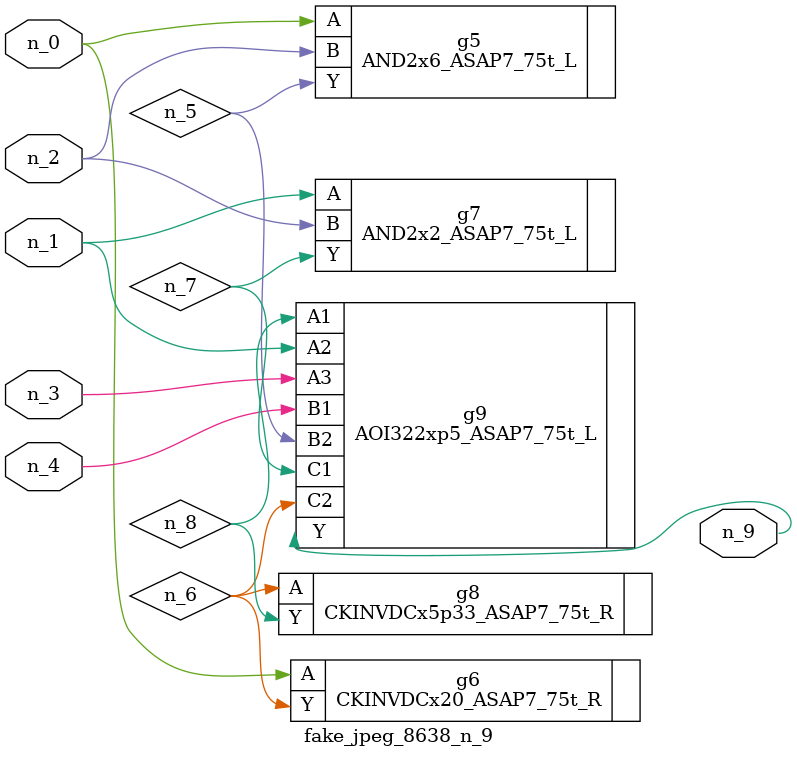
<source format=v>
module fake_jpeg_8638_n_9 (n_3, n_2, n_1, n_0, n_4, n_9);

input n_3;
input n_2;
input n_1;
input n_0;
input n_4;

output n_9;

wire n_8;
wire n_6;
wire n_5;
wire n_7;

AND2x6_ASAP7_75t_L g5 ( 
.A(n_0),
.B(n_2),
.Y(n_5)
);

CKINVDCx20_ASAP7_75t_R g6 ( 
.A(n_0),
.Y(n_6)
);

AND2x2_ASAP7_75t_L g7 ( 
.A(n_1),
.B(n_2),
.Y(n_7)
);

CKINVDCx5p33_ASAP7_75t_R g8 ( 
.A(n_6),
.Y(n_8)
);

AOI322xp5_ASAP7_75t_L g9 ( 
.A1(n_8),
.A2(n_1),
.A3(n_3),
.B1(n_4),
.B2(n_5),
.C1(n_7),
.C2(n_6),
.Y(n_9)
);


endmodule
</source>
